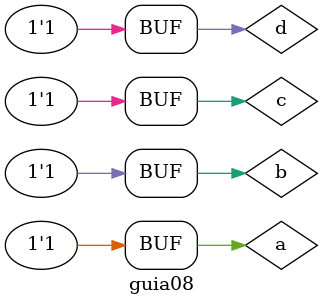
<source format=v>

module notnand (saida,entrada);
	input entrada;
	output saida;
	
	nand NAND1 (saida,entrada);
endmodule //end notnand


module andnand (saida,e1,e2,e3);
	input e1,e2,e3;
	output saida;
	wire w1;
	
	nand NAND1 (w1,e1,e2,e3);
	nand NAND2 (saida,w1);
endmodule // end andnand


module ornand (saida,e1,e2,e3);
	input e1,e2,e3;
	output saida;
	wire w1,w2,w3;
	
	nand NAND1 (w1,e1);
	nand NAND2 (w2,e2);
	nand NAND3 (w3,e3);
	nand NAND4 (saida,w1,w2,w3);
endmodule// end ornand

module andnand2 (saida,e1,e2);
	input e1,e2;
	output saida;
	wire w1;
	
	nand NAND1 (w1,e1,e2);
	nand NAND2 (saida,w1);
endmodule //end andnand2	

module guia08;
	reg a,b,c,d;
	wire w1,w2,w3,w4,w5,w6,w7,w8;
	
	notnand NN1 (w1,a);
	notnand NN2 (w2,b);
	notnand NN3 (w3,c);
	notnand NN4 (w4,d);
	
	andnand2 AN1 (w5,w1,c);
	andnand AN2 (w6,a,b,w4);
	andnand AN3 (w7,a,w2,c);
	ornand ON1 (w8,w5,w6,w7);
	
initial begin:start
end

initial begin:main
 $display("Andre Sulivam 391998");
      $display("Guia 08 Ex:04\n");

$display ("a b c d = s\n");
	#1	a = 0; b= 0; c = 0; d = 0;
	$monitor ("%b %b %b %b = %b", a,b,c,d,		 w8);
	#1 a = 1;
	#1 a = 0; b = 1;
	#1 b = 0; c = 1;
	#1 c = 0; d = 1;
	#1 d = 0;
	#1 a = 1; b = 1; c = 1; d = 1;
	#1 a = 0; c = 0;
	#1 a = 1; c = 1;
	
end
endmodule

/*

    
    Andre Sulivam 391998
    Guia 08 Ex:04
    
    a b c d = s
    
    0 0 0 0 = 0
    1 0 0 0 = 0
    0 1 0 0 = 0
    0 0 1 0 = 1
    0 0 0 1 = 0
    0 0 0 0 = 0
    1 1 1 1 = 0
    0 1 0 1 = 0
    1 1 1 1 = 0

*/
</source>
